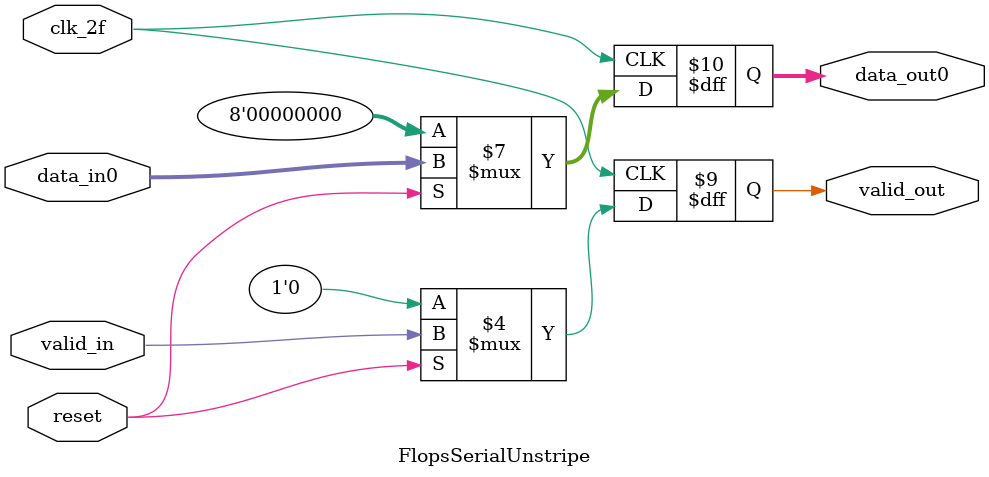
<source format=v>
module FlopsSerialUnstripe (
                      input [7:0]data_in0,
                      input valid_in,
                      input clk_2f,
                      input reset,
                      output reg valid_out,
                      output reg [7:0]data_out0

                      );

   always @ (posedge clk_2f) begin
      if (!reset) begin
         data_out0 <= 0;
         valid_out <= 0;

      end else begin
         data_out0 <= data_in0;
         valid_out <= valid_in;
      end
   end

endmodule

</source>
